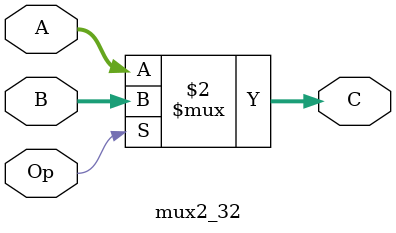
<source format=v>
`timescale 1ns / 1ps
module mux2_5(
	 input [4:0] A,
	 input [4:0] B,
	 input Op,
	 output [4:0] C
    );
	 
	 assign C=(Op==0)? A :B;
	 
endmodule

module mux2_32(
	 input [31:0] A,
	 input [31:0] B,
	 input Op,
	 output [31:0] C
	 );
	 
	 assign C=(Op==0)? A :B;
	 
endmodule

</source>
